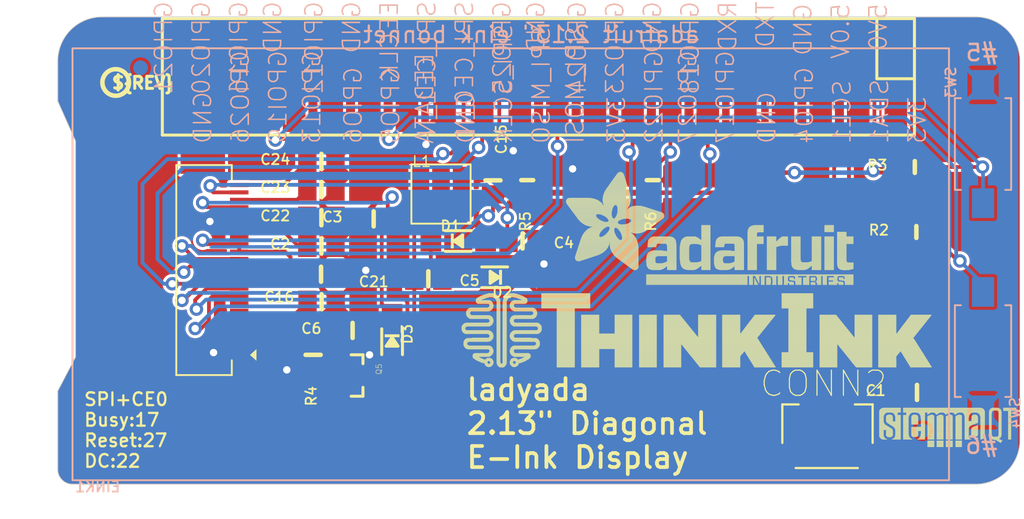
<source format=kicad_pcb>
(kicad_pcb (version 20221018) (generator pcbnew)
  (layers (0 "F.Cu" signal) (31 "B.Cu" signal) (34 "B.Paste" user) (35 "F.Paste" user) (36 "B.SilkS" user "B.Silkscreen") (37 "F.SilkS" user "F.Silkscreen") (38 "B.Mask" user) (39 "F.Mask" user) (44 "Edge.Cuts" user))
  (net 0 "")
  (net 1 "GND")
  (net 2 "3.3V")
  (net 3 "VGH")
  (net 4 "VGL")
  (net 5 "BUSY")
  (net 6 "RESET")
  (net 7 "GDR")
  (net 8 "RESE")
  (net 9 "N$4")
  (net 10 "N$5")
  (net 11 "N$6")
  (net 12 "N$27")
  (net 13 "N$33")
  (net 14 "DC")
  (net 15 "N$2")
  (net 16 "N$3")
  (net 17 "N$9")
  (net 18 "MOSI")
  (net 19 "SCLK")
  (net 20 "CS")
  (net 21 "5.0V")
  (net 22 "SCL_3V")
  (net 23 "SDA_3V")
  (net 24 "GPIO5")
  (net 25 "GPIO6")
  (footprint "working:0805-NO" (layer "F.Cu") (at 137.343499 102.8618 180)
    (fp_text reference "C3" (at 2.032 0.127) (layer "F.SilkS") (effects (font (size 0.692831 0.692831) (thickness 0.119969)) (justify right)))
    (fp_text value "1uF/25V")
    (pad "1" smd rect (at -0.95 0 180) (size 1.24 1.5) (layers "F.Cu" "F.Paste" "F.Mask") (net 3 "VGH"))
    (pad "2" smd rect (at 0.95 0 180) (size 1.24 1.5) (layers "F.Cu" "F.Paste" "F.Mask") (net 1 "GND"))
  )
  (footprint "working:0603-NO" (layer "F.Cu") (at 173.894099 99.3566 180)
    (fp_text reference "R3" (at 1.778 0.127) (layer "F.SilkS") (effects (font (size 0.692831 0.692831) (thickness 0.119969)) (justify right)))
    (fp_text value "100K")
    (pad "1" smd rect (at -0.85 0 180) (size 1.075 1) (layers "F.Cu" "F.Paste" "F.Mask") (net 25 "GPIO6"))
    (pad "2" smd rect (at 0.85 0 180) (size 1.075 1) (layers "F.Cu" "F.Paste" "F.Mask") (net 2 "3.3V"))
  )
  (footprint "working:SOD-123" (layer "F.Cu") (at 145.512899 106.8114 180)
    (fp_text reference "D2" (at -1.27 -1.016) (layer "F.SilkS") (effects (font (size 0.692831 0.692831) (thickness 0.119969)) (justify right)))
    (fp_text value "MBR0540")
    (pad "A" smd rect (at 1.85 0 270) (size 1.4 1.4) (layers "F.Cu" "F.Paste" "F.Mask") (net 15 "N$2"))
    (pad "C" smd rect (at -1.85 0 270) (size 1.4 1.4) (layers "F.Cu" "F.Paste" "F.Mask") (net 1 "GND"))
  )
  (footprint "working:0805-NO" (layer "F.Cu") (at 141.034499 106.9114)
    (fp_text reference "C5" (at 2.032 0.127) (layer "F.SilkS") (effects (font (size 0.692831 0.692831) (thickness 0.119969)) (justify left)))
    (fp_text value "4.7uF/25V")
    (pad "1" smd rect (at -0.95 0) (size 1.24 1.5) (layers "F.Cu" "F.Paste" "F.Mask") (net 16 "N$3"))
    (pad "2" smd rect (at 0.95 0) (size 1.24 1.5) (layers "F.Cu" "F.Paste" "F.Mask") (net 15 "N$2"))
  )
  (footprint "working:SOD-123" (layer "F.Cu") (at 138.588099 111.1676 -90)
    (fp_text reference "D3" (at -1.27 -1.016 90) (layer "F.SilkS") (effects (font (size 0.692831 0.692831) (thickness 0.119969)) (justify right)))
    (fp_text value "MBR0540")
    (pad "A" smd rect (at 1.85 0) (size 1.4 1.4) (layers "F.Cu" "F.Paste" "F.Mask") (net 16 "N$3"))
    (pad "C" smd rect (at -1.85 0) (size 1.4 1.4) (layers "F.Cu" "F.Paste" "F.Mask") (net 3 "VGH"))
  )
  (footprint "working:SOD-123" (layer "F.Cu") (at 143.053899 104.3588)
    (fp_text reference "D1" (at -1.27 -1.016) (layer "F.SilkS") (effects (font (size 0.692831 0.692831) (thickness 0.119969)) (justify left)))
    (fp_text value "MBR0540")
    (pad "A" smd rect (at 1.85 0 90) (size 1.4 1.4) (layers "F.Cu" "F.Paste" "F.Mask") (net 4 "VGL"))
    (pad "C" smd rect (at -1.85 0 90) (size 1.4 1.4) (layers "F.Cu" "F.Paste" "F.Mask") (net 15 "N$2"))
  )
  (footprint "working:ADAFRUIT_TEXT_20MM" (layer "F.Cu") (at 150.178099 107.3165)
    (fp_text reference "U$28" hide)
    (fp_text value "" hide)
  )
  (footprint "working:0603-NO" (layer "F.Cu") (at 147.716299 100.2456 -90)
    (fp_text reference "R5" (at 2.032 0.127 90) (layer "F.SilkS") (effects (font (size 0.692831 0.692831) (thickness 0.119969)) (justify right)))
    (fp_text value "100K")
    (pad "1" smd rect (at -0.85 0 270) (size 1.075 1) (layers "F.Cu" "F.Paste" "F.Mask") (net 20 "CS"))
    (pad "2" smd rect (at 0.85 0 270) (size 1.075 1) (layers "F.Cu" "F.Paste" "F.Mask") (net 2 "3.3V"))
  )
  (footprint "working:0805-NO" (layer "F.Cu") (at 147.400499 104.3588)
    (fp_text reference "C4" (at 2.032 0.127) (layer "F.SilkS") (effects (font (size 0.692831 0.692831) (thickness 0.119969)) (justify left)))
    (fp_text value "1uF/25V")
    (pad "1" smd rect (at -0.95 0) (size 1.24 1.5) (layers "F.Cu" "F.Paste" "F.Mask") (net 4 "VGL"))
    (pad "2" smd rect (at 0.95 0) (size 1.24 1.5) (layers "F.Cu" "F.Paste" "F.Mask") (net 1 "GND"))
  )
  (footprint "working:0805-NO" (layer "F.Cu") (at 133.826499 108.4646 180)
    (fp_text reference "C16" (at 1.778 0.3175) (layer "F.SilkS") (effects (font (size 0.692831 0.692831) (thickness 0.119969)) (justify right)))
    (fp_text value "1uF")
    (pad "1" smd rect (at -0.95 0 180) (size 1.24 1.5) (layers "F.Cu" "F.Paste" "F.Mask") (net 1 "GND"))
    (pad "2" smd rect (at 0.95 0 180) (size 1.24 1.5) (layers "F.Cu" "F.Paste" "F.Mask") (net 9 "N$4"))
  )
  (footprint "working:0805-NO" (layer "F.Cu") (at 174.040099 114.5966 180)
    (fp_text reference "C1" (at 2.032 0.127) (layer "F.SilkS") (effects (font (size 0.692831 0.692831) (thickness 0.119969)) (justify right)))
    (fp_text value "10uF/10V+")
    (pad "1" smd rect (at -0.95 0 180) (size 1.24 1.5) (layers "F.Cu" "F.Paste" "F.Mask") (net 1 "GND"))
    (pad "2" smd rect (at 0.95 0 180) (size 1.24 1.5) (layers "F.Cu" "F.Paste" "F.Mask") (net 2 "3.3V"))
  )
  (footprint "working:JST_SH4" (layer "F.Cu") (at 167.944099 117.6226)
    (fp_text reference "CONN2" (at -4.6 -3.614) (layer "F.SilkS") (effects (font (size 1.703222 1.703222) (thickness 0.074778)) (justify left)))
    (fp_text value "STEMMA_I2C_QT" hide)
    (pad "1" smd rect (at -1.5 -2.514 90) (size 1.55 0.6) (layers "F.Cu" "F.Paste" "F.Mask") (net 1 "GND"))
    (pad "2" smd rect (at -0.5 -2.514 90) (size 1.55 0.6) (layers "F.Cu" "F.Paste" "F.Mask") (net 2 "3.3V"))
    (pad "3" smd rect (at 0.5 -2.514 90) (size 1.55 0.6) (layers "F.Cu" "F.Paste" "F.Mask") (net 23 "SDA_3V"))
    (pad "4" smd rect (at 1.5 -2.514 90) (size 1.55 0.6) (layers "F.Cu" "F.Paste" "F.Mask") (net 22 "SCL_3V"))
    (pad "MT1" smd rect (at -2.8 1.386 90) (size 1.8 1.2) (layers "F.Cu" "F.Paste" "F.Mask"))
    (pad "MT2" smd rect (at 2.8 1.386 90) (size 1.8 1.2) (layers "F.Cu" "F.Paste" "F.Mask"))
  )
  (footprint "working:0805-NO" (layer "F.Cu") (at 145.399299 100.2592 -90)
    (fp_text reference "C15" (at -1.694 -0.5635 90) (layer "F.SilkS") (effects (font (size 0.692831 0.692831) (thickness 0.119969)) (justify left)))
    (fp_text value "10uF/10V+")
    (pad "1" smd rect (at -0.95 0 270) (size 1.24 1.5) (layers "F.Cu" "F.Paste" "F.Mask") (net 1 "GND"))
    (pad "2" smd rect (at 0.95 0 270) (size 1.24 1.5) (layers "F.Cu" "F.Paste" "F.Mask") (net 2 "3.3V"))
  )
  (footprint "working:SOT23-3" (layer "F.Cu") (at 135.921099 113.4536 -90)
    (fp_text reference "Q5" (at -0.8255 -1.778 90) (layer "F.SilkS") (effects (font (size 0.376489 0.376489) (thickness 0.029911)) (justify right)))
    (fp_text value "IRLML0100")
    (pad "1" smd rect (at -0.95 1 270) (size 0.8 0.9) (layers "F.Cu" "F.Paste" "F.Mask") (net 7 "GDR"))
    (pad "2" smd rect (at 0.95 1 270) (size 0.8 0.9) (layers "F.Cu" "F.Paste" "F.Mask") (net 8 "RESE"))
    (pad "3" smd rect (at 0 -1.1 270) (size 0.8 0.9) (layers "F.Cu" "F.Paste" "F.Mask") (net 16 "N$3"))
  )
  (footprint "working:0805-NO" (layer "F.Cu") (at 133.812899 104.6906 180)
    (fp_text reference "C2" (at 2.032 0.127) (layer "F.SilkS") (effects (font (size 0.692831 0.692831) (thickness 0.119969)) (justify right)))
    (fp_text value "1uF/10V")
    (pad "1" smd rect (at -0.95 0 180) (size 1.24 1.5) (layers "F.Cu" "F.Paste" "F.Mask") (net 1 "GND"))
    (pad "2" smd rect (at 0.95 0 180) (size 1.24 1.5) (layers "F.Cu" "F.Paste" "F.Mask") (net 10 "N$5"))
  )
  (footprint "working:0603-NO" (layer "F.Cu") (at 173.999099 103.7496 180)
    (fp_text reference "R2" (at 1.778 0.127) (layer "F.SilkS") (effects (font (size 0.692831 0.692831) (thickness 0.119969)) (justify right)))
    (fp_text value "100K")
    (pad "1" smd rect (at -0.85 0 180) (size 1.075 1) (layers "F.Cu" "F.Paste" "F.Mask") (net 24 "GPIO5"))
    (pad "2" smd rect (at 0.85 0 180) (size 1.075 1) (layers "F.Cu" "F.Paste" "F.Mask") (net 2 "3.3V"))
  )
  (footprint "working:0805_10MGAP" (layer "F.Cu") (at 133.254099 112.0566 -90)
    (fp_text reference "R4" (at 2.032 0.127 90) (layer "F.SilkS") (effects (font (size 0.692831 0.692831) (thickness 0.119969)) (justify right)))
    (fp_text value "0.47ohm")
    (pad "1" smd rect (at -1.05 0 270) (size 1.2 1.5) (layers "F.Cu" "F.Paste" "F.Mask") (net 8 "RESE"))
    (pad "2" smd rect (at 1.05 0 270) (size 1.2 1.5) (layers "F.Cu" "F.Paste" "F.Mask") (net 1 "GND"))
  )
  (footprint "working:0805-NO" (layer "F.Cu") (at 133.812899 98.9756 180)
    (fp_text reference "C24" (at 2.032 0.127) (layer "F.SilkS") (effects (font (size 0.692831 0.692831) (thickness 0.119969)) (justify right)))
    (fp_text value "1uF")
    (pad "1" smd rect (at -0.95 0 180) (size 1.24 1.5) (layers "F.Cu" "F.Paste" "F.Mask") (net 1 "GND"))
    (pad "2" smd rect (at 0.95 0 180) (size 1.24 1.5) (layers "F.Cu" "F.Paste" "F.Mask") (net 13 "N$33"))
  )
  (footprint "working:0805-NO" (layer "F.Cu") (at 133.812899 100.8806 180)
    (fp_text reference "C23" (at 2.032 0.127) (layer "F.SilkS") (effects (font (size 0.692831 0.692831) (thickness 0.119969)) (justify right)))
    (fp_text value "1uF/25V")
    (pad "1" smd rect (at -0.95 0 180) (size 1.24 1.5) (layers "F.Cu" "F.Paste" "F.Mask") (net 1 "GND"))
    (pad "2" smd rect (at 0.95 0 180) (size 1.24 1.5) (layers "F.Cu" "F.Paste" "F.Mask") (net 12 "N$27"))
  )
  (footprint "working:STEMMAQT" (layer "F.Cu") (at 171.500099 118.2796)
    (fp_text reference "U$30" hide)
    (fp_text value "" hide)
  )
  (footprint "working:0603-NO" (layer "F.Cu") (at 156.190299 100.2456 -90)
    (fp_text reference "R6" (at 2.032 0.127 90) (layer "F.SilkS") (effects (font (size 0.692831 0.692831) (thickness 0.119969)) (justify right)))
    (fp_text value "100K")
    (pad "1" smd rect (at -0.85 0 270) (size 1.075 1) (layers "F.Cu" "F.Paste" "F.Mask") (net 6 "RESET"))
    (pad "2" smd rect (at 0.85 0 270) (size 1.075 1) (layers "F.Cu" "F.Paste" "F.Mask") (net 2 "3.3V"))
  )
  (footprint "working:PCBFEAT-REV-040" (layer "F.Cu") (at 119.919099 93.6416)
    (fp_text reference "U$9" hide)
    (fp_text value "" hide)
    (fp_text user "${REV}" (at -0.3556 0.508) (layer "F.SilkS") (effects (font (size 0.8128 0.8128) (thickness 0.2032)) (justify left bottom)))
  )
  (footprint "working:THINKINK_1.25IN" (layer "F.Cu") (at 143.294099 112.8896)
    (fp_text reference "U$29" hide)
    (fp_text value "" hide)
  )
  (footprint "working:FIDUCIAL_1MM" (layer "F.Cu") (at 127.494599 117.4541)
    (fp_text reference "FID4" hide)
    (fp_text value "FIDUCIAL_1MM" hide)
    (pad "1" smd roundrect (at 0 0) (size 1 1) (layers "F.Cu" "F.Mask") (roundrect_rratio 0.5))
  )
  (footprint "working:0805-NO" (layer "F.Cu") (at 133.812899 102.7856 180)
    (fp_text reference "C22" (at 2.032 0.127) (layer "F.SilkS") (effects (font (size 0.692831 0.692831) (thickness 0.119969)) (justify right)))
    (fp_text value "1uF/25V")
    (pad "1" smd rect (at -0.95 0 180) (size 1.24 1.5) (layers "F.Cu" "F.Paste" "F.Mask") (net 1 "GND"))
    (pad "2" smd rect (at 0.95 0 180) (size 1.24 1.5) (layers "F.Cu" "F.Paste" "F.Mask") (net 11 "N$6"))
  )
  (footprint "working:0805-NO" (layer "F.Cu") (at 135.921099 110.4056 180)
    (fp_text reference "C6" (at 2.032 0.127) (layer "F.SilkS") (effects (font (size 0.692831 0.692831) (thickness 0.119969)) (justify right)))
    (fp_text value "1uF/10V")
    (pad "1" smd rect (at -0.95 0 180) (size 1.24 1.5) (layers "F.Cu" "F.Paste" "F.Mask") (net 1 "GND"))
    (pad "2" smd rect (at 0.95 0 180) (size 1.24 1.5) (layers "F.Cu" "F.Paste" "F.Mask") (net 17 "N$9"))
  )
  (footprint "working:FIDUCIAL_1MM" (layer "F.Cu") (at 175.085099 92.5945)
    (fp_text reference "FID1" hide)
    (fp_text value "FIDUCIAL_1MM" hide)
    (pad "1" smd roundrect (at 0 0) (size 1 1) (layers "F.Cu" "F.Mask") (roundrect_rratio 0.5))
  )
  (footprint "working:0805-NO" (layer "F.Cu") (at 133.788699 106.6056)
    (fp_text reference "C21" (at 2.4765 0.508) (layer "F.SilkS") (effects (font (size 0.692831 0.692831) (thickness 0.119969)) (justify left)))
    (fp_text value "10µF")
    (pad "1" smd rect (at -0.95 0) (size 1.24 1.5) (layers "F.Cu" "F.Paste" "F.Mask") (net 2 "3.3V"))
    (pad "2" smd rect (at 0.95 0) (size 1.24 1.5) (layers "F.Cu" "F.Paste" "F.Mask") (net 1 "GND"))
  )
  (footprint "working:INDUCTOR_4X4MM_NR401" (layer "F.Cu") (at 141.890099 101.1854)
    (fp_text reference "L1" (at -2 -2.2) (layer "F.SilkS") (effects (font (size 0.726968 0.726968) (thickness 0.085832)) (justify left)))
    (fp_text value "10uH")
    (pad "P$1" smd rect (at -1.4 0) (size 1.2 3.7) (layers "F.Cu" "F.Paste" "F.Mask") (net 16 "N$3"))
    (pad "P$2" smd rect (at 1.4 0) (size 1.2 3.7) (layers "F.Cu" "F.Paste" "F.Mask") (net 2 "3.3V"))
  )
  (footprint "working:TACTILE_3X6MM" (layer "B.Cu") (at 178.501099 97.8036 -90)
    (fp_text reference "SW3" (at -3.043 2.17 -270) (layer "B.SilkS") (effects (font (size 0.692831 0.692831) (thickness 0.119969)) (justify right mirror)))
    (fp_text value "")
    (pad "P$1" smd rect (at -4 0 270) (size 2 1.5) (layers "B.Cu" "B.Paste" "B.Mask") (net 1 "GND"))
    (pad "P$2" smd rect (at 4 0 270) (size 2 1.5) (layers "B.Cu" "B.Paste" "B.Mask") (net 25 "GPIO6"))
  )
  (footprint "working:PI_BONNET_SMT_NODIM" (layer "B.Cu") (at 180.980699 119.8036 180)
    (fp_text reference "RPI2" hide)
    (fp_text value "RASPBERRYPI_BPLUS_SMT_NODIM" hide)
    (fp_text user "GPIO17" (at 20.5616 21.9334 270) (layer "B.SilkS") (effects (font (size 1.1684 1.1684) (thickness 0.1016)) (justify right top mirror)))
    (fp_text user "GPIO24" (at 29.1976 31.7378 270) (layer "B.SilkS") (effects (font (size 1.1684 1.1684) (thickness 0.1016)) (justify left bottom mirror)))
    (fp_text user "GND" (at 24.1176 31.7378 270) (layer "B.SilkS") (effects (font (size 1.1684 1.1684) (thickness 0.1016)) (justify left bottom mirror)))
    (fp_text user "GPIO18" (at 21.5776 31.7378 270) (layer "B.SilkS") (effects (font (size 1.1684 1.1684) (thickness 0.1016)) (justify left bottom mirror)))
    (fp_text user "GPIO4" (at 15.2276 21.9334 270) (layer "B.SilkS") (effects (font (size 1.1684 1.1684) (thickness 0.1016)) (justify right top mirror)))
    (fp_text user "GPIO23" (at 26.6576 31.7378 270) (layer "B.SilkS") (effects (font (size 1.1684 1.1684) (thickness 0.1016)) (justify left bottom mirror)))
    (fp_text user "GPIO12" (at 46.9776 31.7378 270) (layer "B.SilkS") (effects (font (size 1.1684 1.1684) (thickness 0.1016)) (justify left bottom mirror)))
    (fp_text user "5V0" (at 8.8776 31.5854 270) (layer "B.SilkS") (effects (font (size 1.1684 1.1684) (thickness 0.1016)) (justify left bottom mirror)))
    (fp_text user "GND" (at 49.7716 31.7378 270) (layer "B.SilkS") (effects (font (size 1.1684 1.1684) (thickness 0.1016)) (justify left bottom mirror)))
    (fp_text user "GPIO22" (at 25.3876 21.9334 270) (layer "B.SilkS") (effects (font (size 1.1684 1.1684) (thickness 0.1016)) (justify right top mirror)))
    (fp_text user "5.0V" (at 11.4176 31.5854 270) (layer "B.SilkS") (effects (font (size 1.1684 1.1684) (thickness 0.1016)) (justify left bottom mirror)))
    (fp_text user "GND" (at 13.9576 31.5854 270) (layer "B.SilkS") (effects (font (size 1.1684 1.1684) (thickness 0.1016)) (justify left bottom mirror)))
    (fp_text user "RXD" (at 19.0376 31.7378 270) (layer "B.SilkS") (effects (font (size 1.1684 1.1684) (thickness 0.1016)) (justify left bottom mirror)))
    (fp_text user "GPIO5" (at 43.1676 21.9334 270) (layer "B.SilkS") (effects (font (size 1.1684 1.1684) (thickness 0.1016)) (justify right top mirror)))
    (fp_text user "GPIO16" (at 52.0576 31.7378 270) (layer "B.SilkS") (effects (font (size 1.1684 1.1684) (thickness 0.1016)) (justify left bottom mirror)))
    (fp_text user "GND" (at 31.9916 31.7378 270) (layer "B.SilkS") (effects (font (size 1.1684 1.1684) (thickness 0.1016)) (justify left bottom mirror)))
    (fp_text user "GPIO27" (at 23.1016 21.9334 270) (layer "B.SilkS") (effects (font (size 1.1684 1.1684) (thickness 0.1016)) (justify right top mirror)))
    (fp_text user "SDA1" (at 10.1476 21.9334 270) (layer "B.SilkS") (effects (font (size 1.1684 1.1684) (thickness 0.1016)) (justify right top mirror)))
    (fp_text user "GND" (at 55.8676 21.9334 270) (layer "B.SilkS") (effects (font (size 1.1684 1.1684) (thickness 0.1016)) (justify right top mirror)))
    (fp_text user "EEDATA" (at 40.8816 21.9334 270) (layer "B.SilkS") (effects (font (size 1.1684 1.1684) (thickness 0.1016)) (justify right top mirror)))
    (fp_text user "GPIO13" (at 48.5016 21.9334 270) (layer "B.SilkS") (effects (font (size 1.1684 1.1684) (thickness 0.1016)) (justify right top mirror)))
    (fp_text user "GND" (at 38.0876 21.9334 270) (layer "B.SilkS") (effects (font (size 1.1684 1.1684) (thickness 0.1016)) (justify right top mirror)))
    (fp_text user "3V3" (at 27.9276 21.9334 270) (layer "B.SilkS") (effects (font (size 1.1684 1.1684) (thickness 0.1016)) (justify right top mirror)))
    (fp_text user "GND" (at 44.4376 31.7378 270) (layer "B.SilkS") (effects (font (size 1.1684 1.1684) (thickness 0.1016)) (justify left bottom mirror)))
    (fp_text user "SPI_MISO" (at 33.0076 21.9334 270) (layer "B.SilkS") (effects (font (size 1.1684 1.1684) (thickness 0.1016)) (justify right top mirror)))
    (fp_text user "SPI_CE0_N" (at 36.8176 31.7378 270) (layer "B.SilkS") (effects (font (size 1.1684 1.1684) (thickness 0.1016)) (justify left bottom mirror)))
    (fp_text user "TXD" (at 16.4976 31.7378 270) (layer "B.SilkS") (effects (font (size 1.1684 1.1684) (thickness 0.1016)) (justify left bottom mirror)))
    (fp_text user "GPOI19" (at 50.7876 21.9334 270) (layer "B.SilkS") (effects (font (size 1.1684 1.1684) (thickness 0.1016)) (justify right top mirror)))
    (fp_text user "SPI_SCLK" (at 35.5476 21.9334 270) (layer "B.SilkS") (effects (font (size 1.1684 1.1684) (thickness 0.1016)) (justify right top mirror)))
    (fp_text user "3V3" (at 7.6076 21.9334 270) (layer "B.SilkS") (effects (font (size 1.1684 1.1684) (thickness 0.1016)) (justify right top mirror)))
    (fp_text user "GPIO25" (at 34.2776 31.7378 270) (layer "B.SilkS") (effects (font (size 1.1684 1.1684) (thickness 0.1016)) (justify left bottom mirror)))
    (fp_text user "SPI_MOSI" (at 30.7216 21.9334 270) (layer "B.SilkS") (effects (font (size 1.1684 1.1684) (thickness 0.1016)) (justify right top mirror)))
    (fp_text user "GPIO6" (at 45.7076 21.9334 270) (layer "B.SilkS") (effects (font (size 1.1684 1.1684) (thickness 0.1016)) (justify right top mirror)))
    (fp_text user "SCL1" (at 12.6876 21.9334 270) (layer "B.SilkS") (effects (font (size 1.1684 1.1684) (thickness 0.1016)) (justify right top mirror)))
    (fp_text user "GPIO26" (at 53.3276 21.9334 270) (layer "B.SilkS") (effects (font (size 1.1684 1.1684) (thickness 0.1016)) (justify right top mirror)))
    (fp_text user "SPI_CE1_N" (at 39.3576 31.7378 270) (layer "B.SilkS") (effects (font (size 1.1684 1.1684) (thickness 0.1016)) (justify left bottom mirror)))
    (fp_text user "GPIO20" (at 54.5976 31.7378 270) (layer "B.SilkS") (effects (font (size 1.1684 1.1684) (thickness 0.1016)) (justify left bottom mirror)))
    (fp_text user "GND" (at 17.7676 21.9334 270) (layer "B.SilkS") (effects (font (size 1.1684 1.1684) (thickness 0.1016)) (justify right top mirror)))
    (fp_text user "GPIO21" (at 57.1376 31.7378 270) (layer "B.SilkS") (effects (font (size 1.1684 1.1684) (thickness 0.1016)) (justify left bottom mirror)))
    (fp_text user "EECLK" (at 41.8976 31.7378 270) (layer "B.SilkS") (effects (font (size 1.1684 1.1684) (thickness 0.1016)) (justify left bottom mirror)))
    (pad "1" smd rect (at 8.3696 24.3394 270) (size 3.048 1.524) (layers "F.Cu" "F.Paste" "F.Mask") (net 2 "3.3V"))
    (pad "2" smd rect (at 8.3696 28.6574 270) (size 3.048 1.524) (layers "F.Cu" "F.Paste" "F.Mask") (net 21 "5.0V"))
    (pad "3" smd rect (at 10.9096 24.3394 90) (size 3.048 1.524) (layers "F.Cu" "F.Paste" "F.Mask") (net 23 "SDA_3V"))
    (pad "4" smd rect (at 10.9096 28.6574 270) (size 3.048 1.524) (layers "F.Cu" "F.Paste" "F.Mask") (net 21 "5.0V"))
    (pad "5" smd rect (at 13.4496 24.3394 90) (size 3.048 1.524) (layers "F.Cu" "F.Paste" "F.Mask") (net 22 "SCL_3V"))
    (pad "6" smd rect (at 13.4496 28.6574 270) (size 3.048 1.524) (layers "F.Cu" "F.Paste" "F.Mask") (net 1 "GND"))
    (pad "7" smd rect (at 15.9896 24.3394 90) (size 3.048 1.524) (layers "F.Cu" "F.Paste" "F.Mask"))
    (pad "8" smd rect (at 15.9896 28.6574 270) (size 3.048 1.524) (layers "F.Cu" "F.Paste" "F.Mask"))
    (pad "9" smd rect (at 18.5296 24.3394 90) (size 3.048 1.524) (layers "F.Cu" "F.Paste" "F.Mask") (net 1 "GND"))
    (pad "10" smd rect (at 18.5296 28.6574 270) (size 3.048 1.524) (layers "F.Cu" "F.Paste" "F.Mask"))
    (pad "11" smd rect (at 21.0696 24.3394 90) (size 3.048 1.524) (layers "F.Cu" "F.Paste" "F.Mask") (net 5 "BUSY"))
    (pad "12" smd rect (at 21.0696 28.6574 270) (size 3.048 1.524) (layers "F.Cu" "F.Paste" "F.Mask"))
    (pad "13" smd rect (at 23.6096 24.3394 90) (size 3.048 1.524) (layers "F.Cu" "F.Paste" "F.Mask") (net 6 "RESET"))
    (pad "14" smd rect (at 23.6096 28.6574 270) (size 3.048 1.524) (layers "F.Cu" "F.Paste" "F.Mask") (net 1 "GND"))
    (pad "15" smd rect (at 26.1496 24.3394 90) (size 3.048 1.524) (layers "F.Cu" "F.Paste" "F.Mask") (net 14 "DC"))
    (pad "16" smd rect (at 26.1496 28.6574 270) (size 3.048 1.524) (layers "F.Cu" "F.Paste" "F.Mask"))
    (pad "17" smd rect (at 28.6896 24.3394 90) (size 3.048 1.524) (layers "F.Cu" "F.Paste" "F.Mask") (net 2 "3.3V"))
    (pad "18" smd rect (at 28.6896 28.6574 270) (size 3.048 1.524) (layers "F.Cu" "F.Paste" "F.Mask"))
    (pad "19" smd rect (at 31.2296 24.3394 90) (size 3.048 1.524) (layers "F.Cu" "F.Paste" "F.Mask") (net 18 "MOSI"))
    (pad "20" smd rect (at 31.2296 28.6574 270) (size 3.048 1.524) (layers "F.Cu" "F.Paste" "F.Mask") (net 1 "GND"))
    (pad "21" smd rect (at 33.7696 24.3394 90) (size 3.048 1.524) (layers "F.Cu" "F.Paste" "F.Mask"))
    (pad "22" smd rect (at 33.7696 28.6574 270) (size 3.048 1.524) (layers "F.Cu" "F.Paste" "F.Mask"))
    (pad "23" smd rect (at 36.3096 24.3394 90) (size 3.048 1.524) (layers "F.Cu" "F.Paste" "F.Mask") (net 19 "SCLK"))
    (pad "24" smd rect (at 36.3096 28.6574 270) (size 3.048 1.524) (layers "F.Cu" "F.Paste" "F.Mask") (net 20 "CS"))
    (pad "25" smd rect (at 38.8496 24.3394 90) (size 3.048 1.524) (layers "F.Cu" "F.Paste" "F.Mask") (net 1 "GND"))
    (pad "26" smd rect (at 38.8496 28.6574 270) (size 3.048 1.524) (layers "F.Cu" "F.Paste" "F.Mask"))
    (pad "27" smd rect (at 41.3896 24.3394 90) (size 3.048 1.524) (layers "F.Cu" "F.Paste" "F.Mask"))
    (pad "28" smd rect (at 41.3896 28.6574 270) (size 3.048 1.524) (layers "F.Cu" "F.Paste" "F.Mask"))
    (pad "29" smd rect (at 43.9296 24.3394 90) (size 3.048 1.524) (layers "F.Cu" "F.Paste" "F.Mask") (net 24 "GPIO5"))
    (pad "30" smd rect (at 43.9296 28.6574 270) (size 3.048 1.524) (layers "F.Cu" "F.Paste" "F.Mask") (net 1 "GND"))
    (pad "31" smd rect (at 46.4696 24.3394 90) (size 3.048 1.524) (layers "F.Cu" "F.Paste" "F.Mask") (net 25 "GPIO6"))
    (pad "32" smd rect (at 46.4696 28.6574 270) (size 3.048 1.524) (layers "F.Cu" "F.Paste" "F.Mask"))
    (pad "33" smd rect (at 49.0096 24.3394 90) (size 3.048 1.524) (layers "F.Cu" "F.Paste" "F.Mask"))
    (pad "34" smd rect (at 49.0096 28.6574 270) (size 3.048 1.524) (layers "F.Cu" "F.Paste" "F.Mask") (net 1 "GND"))
    (pad "35" smd rect (at 51.5496 24.3394 90) (size 3.048 1.524) (layers "F.Cu" "F.Paste" "F.Mask"))
    (pad "36" smd rect (at 51.5496 28.6574 270) (size 3.048 1.524) (layers "F.Cu" "F.Paste" "F.Mask"))
    (pad "37" smd rect (at 54.0896 24.3394 90) (size 3.048 1.524) (layers "F.Cu" "F.Paste" "F.Mask"))
    (pad "38" smd rect (at 54.0896 28.6574 270) (size 3.048 1.524) (layers "F.Cu" "F.Paste" "F.Mask"))
    (pad "39" smd rect (at 56.6296 24.3394 90) (size 3.048 1.524) (layers "F.Cu" "F.Paste" "F.Mask") (net 1 "GND"))
    (pad "40" smd rect (at 56.6296 28.6574 270) (size 3.048 1.524) (layers "F.Cu" "F.Paste" "F.Mask"))
  )
  (footprint "working:TACTILE_3X6MM" (layer "B.Cu") (at 178.501099 111.8036 90)
    (fp_text reference "SW4" (at -3.043 2.17 90) (layer "B.SilkS") (effects (font (size 0.692831 0.692831) (thickness 0.119969)) (justify left mirror)))
    (fp_text value "")
    (pad "P$1" smd rect (at -4 0 90) (size 2 1.5) (layers "B.Cu" "B.Paste" "B.Mask") (net 1 "GND"))
    (pad "P$2" smd rect (at 4 0 90) (size 2 1.5) (layers "B.Cu" "B.Paste" "B.Mask") (net 24 "GPIO5"))
  )
  (footprint "working:EINK_213IN_104X212" (layer "B.Cu") (at 117.001099 120.5336)
    (fp_text reference "EINK1" (at 0.1 0.45) (layer "B.SilkS") (effects (font (size 0.692831 0.692831) (thickness 0.119969)) (justify right mirror)))
    (fp_text value "EINK_24PIN_213IN")
    (pad "1" smd rect (at 11.26 -8.46 90) (size 0.275 1.25) (layers "F.Cu" "F.Paste" "F.Mask"))
    (pad "2" smd rect (at 11.26 -8.96 90) (size 0.275 1.25) (layers "F.Cu" "F.Paste" "F.Mask") (net 7 "GDR"))
    (pad "3" smd rect (at 11.26 -9.46 90) (size 0.275 1.25) (layers "F.Cu" "F.Paste" "F.Mask") (net 8 "RESE"))
    (pad "4" smd rect (at 11.26 -9.96 90) (size 0.275 1.25) (layers "F.Cu" "F.Paste" "F.Mask") (net 17 "N$9"))
    (pad "5" smd rect (at 11.26 -10.46 90) (size 0.275 1.25) (layers "F.Cu" "F.Paste" "F.Mask") (net 9 "N$4"))
    (pad "6" smd rect (at 11.26 -10.96 90) (size 0.275 1.25) (layers "F.Cu" "F.Paste" "F.Mask"))
    (pad "7" smd rect (at 11.26 -11.46 90) (size 0.275 1.25) (layers "F.Cu" "F.Paste" "F.Mask"))
    (pad "8" smd rect (at 11.26 -11.96 90) (size 0.275 1.25) (layers "F.Cu" "F.Paste" "F.Mask") (net 1 "GND"))
    (pad "9" smd rect (at 11.26 -12.46 90) (size 0.275 1.25) (layers "F.Cu" "F.Paste" "F.Mask") (net 5 "BUSY"))
    (pad "10" smd rect (at 11.26 -12.96 90) (size 0.275 1.25) (layers "F.Cu" "F.Paste" "F.Mask") (net 6 "RESET"))
    (pad "11" smd rect (at 11.26 -13.46 90) (size 0.275 1.25) (layers "F.Cu" "F.Paste" "F.Mask") (net 14 "DC"))
    (pad "12" smd rect (at 11.26 -13.96 90) (size 0.275 1.25) (layers "F.Cu" "F.Paste" "F.Mask") (net 20 "CS"))
    (pad "13" smd rect (at 11.26 -14.46 90) (size 0.275 1.25) (layers "F.Cu" "F.Paste" "F.Mask") (net 19 "SCLK"))
    (pad "14" smd rect (at 11.26 -14.96 90) (size 0.275 1.25) (layers "F.Cu" "F.Paste" "F.Mask") (net 18 "MOSI"))
    (pad "15" smd rect (at 11.26 -15.46 90) (size 0.275 1.25) (layers "F.Cu" "F.Paste" "F.Mask") (net 2 "3.3V"))
    (pad "16" smd rect (at 11.26 -15.96 90) (size 0.275 1.25) (layers "F.Cu" "F.Paste" "F.Mask") (net 2 "3.3V"))
    (pad "17" smd rect (at 11.26 -16.46 90) (size 0.275 1.25) (layers "F.Cu" "F.Paste" "F.Mask") (net 1 "GND"))
    (pad "18" smd rect (at 11.26 -16.96 90) (size 0.275 1.25) (layers "F.Cu" "F.Paste" "F.Mask") (net 10 "N$5"))
    (pad "19" smd rect (at 11.26 -17.46 90) (size 0.275 1.25) (layers "F.Cu" "F.Paste" "F.Mask"))
    (pad "20" smd rect (at 11.26 -17.96 90) (size 0.275 1.25) (layers "F.Cu" "F.Paste" "F.Mask") (net 11 "N$6"))
    (pad "21" smd rect (at 11.26 -18.46 90) (size 0.275 1.25) (layers "F.Cu" "F.Paste" "F.Mask") (net 3 "VGH"))
    (pad "22" smd rect (at 11.26 -18.96 90) (size 0.275 1.25) (layers "F.Cu" "F.Paste" "F.Mask") (net 12 "N$27"))
    (pad "23" smd rect (at 11.26 -19.46 90) (size 0.275 1.25) (layers "F.Cu" "F.Paste" "F.Mask") (net 4 "VGL"))
    (pad "24" smd rect (at 11.26 -19.96 90) (size 0.275 1.25) (layers "F.Cu" "F.Paste" "F.Mask") (net 13 "N$33"))
    (pad "SPRT1" smd rect (at 8.8 -6.61) (size 3 2) (layers "F.Cu" "F.Paste" "F.Mask"))
    (pad "SPRT2" smd rect (at 8.8 -21.72) (size 3 2) (layers "F.Cu" "F.Paste" "F.Mask"))
  )
  (footprint "working:FIDUCIAL_1MM" (layer "B.Cu") (at 121.595499 92.651 180)
    (fp_text reference "FID3" hide)
    (fp_text value "FIDUCIAL_1MM" hide)
    (pad "1" smd roundrect (at 0 0 180) (size 1 1) (layers "B.Cu" "B.Mask") (roundrect_rratio 0.5))
  )
  (footprint "working:FIDUCIAL_1MM" (layer "B.Cu") (at 174.417099 117.1846 90)
    (fp_text reference "FID2" hide)
    (fp_text value "FIDUCIAL_1MM" hide)
    (pad "1" smd roundrect (at 0 0 90) (size 1 1) (layers "B.Cu" "B.Mask") (roundrect_rratio 0.5))
  )
  (gr_line (start 117.201099 112.2036) (end 116.001099 114.5036) (stroke (width 0.05)) (layer "Edge.Cuts"))
  (gr_arc (start 181.0011 117.803599) (mid 180.12242 119.92492) (end 178.001099 120.8036) (stroke (width 0.05)) (layer "Edge.Cuts"))
  (gr_line (start 181.001099 117.8036) (end 181.001099 92.2036) (stroke (width 0.05)) (layer "Edge.Cuts"))
  (gr_arc (start 116.001099 92.2036) (mid 116.879779 90.08228) (end 119.001099 89.2036) (stroke (width 0.05)) (layer "Edge.Cuts"))
  (gr_arc (start 117.001099 120.8036) (mid 116.293992 120.510707) (end 116.001099 119.8036) (stroke (width 0.05)) (layer "Edge.Cuts"))
  (gr_line (start 116.001099 94.9036) (end 117.201099 97.6036) (stroke (width 0.05)) (layer "Edge.Cuts"))
  (gr_line (start 178.001099 89.2036) (end 119.001099 89.2036) (stroke (width 0.05)) (layer "Edge.Cuts"))
  (gr_line (start 117.201099 97.6036) (end 117.201099 112.2036) (stroke (width 0.05)) (layer "Edge.Cuts"))
  (gr_line (start 117.001099 120.8036) (end 178.001099 120.8036) (stroke (width 0.05)) (layer "Edge.Cuts"))
  (gr_arc (start 178.001099 89.2036) (mid 180.122419 90.08228) (end 181.001099 92.2036) (stroke (width 0.05)) (layer "Edge.Cuts"))
  (gr_line (start 116.001099 92.2036) (end 116.001099 94.9036) (stroke (width 0.05)) (layer "Edge.Cuts"))
  (gr_line (start 116.001099 114.5036) (end 116.001099 119.8036) (stroke (width 0.05)) (layer "Edge.Cuts"))
  (gr_text "#5" (at 178.420099 91.6356) (layer "B.SilkS") (effects (font (size 1.1049 1.1049) (thickness 0.1651)) (justify mirror)))
  (gr_text "adafruit 2.13\" eink bonnet" (at 148.005099 90.4031) (layer "B.SilkS") (effects (font (size 1.1176 1.1176) (thickness 0.1524)) (justify mirror)))
  (gr_text "#6" (at 178.393099 118.1806) (layer "B.SilkS") (effects (font (size 1.1049 1.1049) (thickness 0.1651)) (justify mirror)))
  (gr_text "SPI+CE0\nBusy:17\nReset:27\nDC:22" (at 117.704099 117.1476) (layer "F.SilkS") (effects (font (size 0.8636 0.8636) (thickness 0.1524)) (justify left)))
  (gr_text "ladyada\n2.13\" Diagonal\nE-Ink Display" (at 143.485099 116.7031) (layer "F.SilkS") (effects (font (size 1.42494 1.42494) (thickness 0.25146)) (justify left)))
  (via (at 148.845099 105.9146) (size 0.9064) (drill 0.5) (layers "F.Cu" "B.Cu") (net 1))
  (via (at 131.476099 113.0726) (size 0.9064) (drill 0.5) (layers "F.Cu" "B.Cu") (net 1))
  (via (at 136.810099 106.3416) (size 0.9064) (drill 0.5) (layers "F.Cu" "B.Cu") (net 1))
  (via (at 146.770099 98.2566) (size 0.9064) (drill 0.5) (layers "F.Cu" "B.Cu") (net 1))
  (via (at 140.874099 97.8326) (size 0.9064) (drill 0.5) (layers "F.Cu" "B.Cu") (net 1))
  (via (at 137.064099 112.0566) (size 0.9064) (drill 0.5) (layers "F.Cu" "B.Cu") (net 1))
  (via (at 150.780099 99.4836) (size 0.9064) (drill 0.5) (layers "F.Cu" "B.Cu") (net 1))
  (via (at 126.282099 103.0396) (size 0.9064) (drill 0.5) (layers "F.Cu" "B.Cu") (net 1))
  (via (at 126.528099 111.9026) (size 0.9064) (drill 0.5) (layers "F.Cu" "B.Cu") (net 1))
  (segment (start 145.399299 101.2092) (end 144.784099 101.2092) (width 0.254) (layer "F.Cu") (net 2))
  (segment (start 128.261099 104.5736) (end 128.261099 105.0736) (width 0.254) (layer "F.Cu") (net 2))
  (segment (start 126.057099 104.5736) (end 125.793099 104.3096) (width 0.254) (layer "F.Cu") (net 2))
  (segment (start 172.611099 98.7662) (end 172.611099 95.4642) (width 0.508) (layer "F.Cu") (net 2))
  (segment (start 131.730099 105.4526) (end 131.351999 105.0745) (width 0.254) (layer "F.Cu") (net 2))
  (segment (start 165.043099 99.7376) (end 163.685099 101.0956) (width 0.3048) (layer "F.Cu") (net 2))
  (segment (start 173.149099 99.6086) (end 172.897099 99.3566) (width 0.4064) (layer "F.Cu") (net 2))
  (segment (start 131.351999 105.0745) (end 129.101099 105.0745) (width 0.254) (layer "F.Cu") (net 2))
  (segment (start 145.399299 102.3514) (end 145.092099 102.6586) (width 0.254) (layer "F.Cu") (net 2))
  (segment (start 156.190299 101.0956) (end 152.301099 101.0956) (width 0.4064) (layer "F.Cu") (net 2))
  (segment (start 152.291099 95.4642) (end 152.291099 101.0856) (width 0.4064) (layer "F.Cu") (net 2))
  (segment (start 173.044099 99.3566) (end 172.897099 99.3566) (width 0.254) (layer "F.Cu") (net 2))
  (segment (start 144.760299 101.1854) (end 143.290099 101.1854) (width 0.254) (layer "F.Cu") (net 2))
  (segment (start 172.611099 98.7662) (end 171.766699 99.6106) (width 0.508) (layer "F.Cu") (net 2))
  (segment (start 173.149099 103.7496) (end 173.149099 99.6086) (width 0.4064) (layer "F.Cu") (net 2))
  (segment (start 173.149099 114.5376) (end 173.149099 103.7496) (width 0.4064) (layer "F.Cu") (net 2))
  (segment (start 156.190299 101.0956) (end 163.685099 101.0956) (width 0.3048) (layer "F.Cu") (net 2))
  (segment (start 167.444099 116.1286) (end 167.690099 116.3746) (width 0.4064) (layer "F.Cu") (net 2))
  (segment (start 173.090099 114.5966) (end 173.149099 114.5376) (width 0.4064) (layer "F.Cu") (net 2))
  (segment (start 144.784099 101.2092) (end 144.760299 101.1854) (width 0.254) (layer "F.Cu") (net 2))
  (segment (start 128.261099 104.5736) (end 126.057099 104.5736) (width 0.254) (layer "F.Cu") (net 2))
  (segment (start 171.087099 99.6106) (end 171.766699 99.6106) (width 0.508) (layer "F.Cu") (net 2))
  (segment (start 172.897099 99.3566) (end 172.103099 99.3566) (width 0.254) (layer "F.Cu") (net 2))
  (segment (start 129.100199 105.0736) (end 129.101099 105.0745) (width 0.254) (layer "F.Cu") (net 2))
  (segment (start 152.291099 101.0856) (end 152.301099 101.0956) (width 0.4064) (layer "F.Cu") (net 2))
  (segment (start 167.444099 115.1086) (end 167.444099 116.1286) (width 0.4064) (layer "F.Cu") (net 2))
  (segment (start 171.849099 99.6106) (end 171.087099 99.6106) (width 0.254) (layer "F.Cu") (net 2))
  (segment (start 145.399299 101.2092) (end 145.301099 101.2092) (width 0.254) (layer "F.Cu") (net 2))
  (segment (start 171.754099 116.3746) (end 173.149099 114.9796) (width 0.4064) (layer "F.Cu") (net 2))
  (segment (start 131.730099 105.4526) (end 131.730099 106.3416) (width 0.254) (layer "F.Cu") (net 2))
  (segment (start 145.301099 101.2092) (end 147.602695 101.2092) (width 0.4064) (layer "F.Cu") (net 2))
  (segment (start 131.730099 106.3416) (end 131.994099 106.6056) (width 0.254) (layer "F.Cu") (net 2))
  (segment (start 165.766099 99.7376) (end 165.043099 99.7376) (width 0.3048) (layer "F.Cu") (net 2))
  (segment (start 147.602695 101.2092) (end 147.716299 101.0956) (width 0.4064) (layer "F.Cu") (net 2))
  (segment (start 152.301099 101.0956) (end 147.716299 101.0956) (width 0.4064) (layer "F.Cu") (net 2))
  (segment (start 173.149099 114.9796) (end 173.149099 114.5376) (width 0.4064) (layer "F.Cu") (net 2))
  (segment (start 172.103099 99.3566) (end 171.849099 99.6106) (width 0.254) (layer "F.Cu") (net 2))
  (segment (start 145.399299 101.2092) (end 145.399299 102.3514) (width 0.254) (layer "F.Cu") (net 2))
  (segment (start 167.690099 116.3746) (end 171.754099 116.3746) (width 0.4064) (layer "F.Cu") (net 2))
  (segment (start 128.261099 105.0736) (end 129.100199 105.0736) (width 0.254) (layer "F.Cu") (net 2))
  (segment (start 131.994099 106.6056) (end 132.838699 106.6056) (width 0.254) (layer "F.Cu") (net 2))
  (via (at 145.092099 102.6586) (size 0.9064) (drill 0.5) (layers "F.Cu" "B.Cu") (net 2))
  (via (at 165.766099 99.7376) (size 0.9064) (drill 0.5) (layers "F.Cu" "B.Cu") (net 2))
  (via (at 171.087099 99.6106) (size 0.9064) (drill 0.5) (layers "F.Cu" "B.Cu") (net 2))
  (via (at 125.793099 104.3096) (size 0.9064) (drill 0.5) (layers "F.Cu" "B.Cu") (net 2))
  (segment (start 170.960099 99.7376) (end 171.087099 99.6106) (width 0.3048) (layer "B.Cu") (net 2))
  (segment (start 125.793099 104.3096) (end 142.906099 104.3096) (width 0.254) (layer "B.Cu") (net 2))
  (segment (start 144.557099 102.6586) (end 145.092099 102.6586) (width 0.254) (layer "B.Cu") (net 2))
  (segment (start 142.906099 104.3096) (end 144.557099 102.6586) (width 0.254) (layer "B.Cu") (net 2))
  (segment (start 170.960099 99.7376) (end 165.766099 99.7376) (width 0.3048) (layer "B.Cu") (net 2))
  (segment (start 138.588099 101.3886) (end 138.293499 101.6832) (width 0.254) (layer "F.Cu") (net 3))
  (segment (start 126.097099 102.0736) (end 125.793099 101.7696) (width 0.254) (layer "F.Cu") (net 3))
  (segment (start 128.261099 102.0736) (end 126.097099 102.0736) (width 0.254) (layer "F.Cu") (net 3))
  (segment (start 138.588099 109.3176) (end 137.888099 108.6176) (width 0.254) (layer "F.Cu") (net 3))
  (segment (start 138.293499 102.8618) (end 137.888099 103.2672) (width 0.254) (layer "F.Cu") (net 3))
  (segment (start 138.293499 101.6832) (end 138.293499 102.8618) (width 0.254) (layer "F.Cu") (net 3))
  (segment (start 137.888099 103.2672) (end 137.888099 108.6176) (width 0.254) (layer "F.Cu") (net 3))
  (via (at 125.793099 101.7696) (size 0.9064) (drill 0.5) (layers "F.Cu" "B.Cu") (net 3))
  (via (at 138.588099 101.3886) (size 0.9064) (drill 0.5) (layers "F.Cu" "B.Cu") (net 3))
  (segment (start 125.793099 101.7696) (end 138.207095 101.7696) (width 0.254) (layer "B.Cu") (net 3))
  (segment (start 138.207095 101.7696) (end 138.588099 101.3886) (width 0.254) (layer "B.Cu") (net 3))
  (segment (start 126.517099 101.0736) (end 126.249099 100.8056) (width 0.254) (layer "F.Cu") (net 4))
  (segment (start 126.301099 100.6266) (end 126.301099 100.7536) (width 0.254) (layer "F.Cu") (net 4))
  (segment (start 126.301099 100.7536) (end 126.249099 100.8056) (width 0.254) (layer "F.Cu") (net 4))
  (segment (start 146.450499 104.3588) (end 144.903899 104.3588) (width 0.254) (layer "F.Cu") (net 4))
  (segment (start 128.261099 101.0736) (end 126.517099 101.0736) (width 0.254) (layer "F.Cu") (net 4))
  (segment (start 146.370099 102.7856) (end 146.370099 104.3588) (width 0.254) (layer "F.Cu") (net 4))
  (segment (start 144.903899 104.3588) (end 146.370099 104.3588) (width 0.254) (layer "F.Cu") (net 4))
  (via (at 126.301099 100.6266) (size 0.9064) (drill 0.5) (layers "F.Cu" "B.Cu") (net 4))
  (via (at 146.370099 102.7856) (size 0.9064) (drill 0.5) (layers "F.Cu" "B.Cu") (net 4))
  (segment (start 126.364599 100.5631) (end 126.301099 100.6266) (width 0.254) (layer "B.Cu") (net 4))
  (segment (start 146.370099 101.9586) (end 146.370099 102.7856) (width 0.254) (layer "B.Cu") (net 4))
  (segment (start 144.974599 100.5631) (end 126.364599 100.5631) (width 0.254) (layer "B.Cu") (net 4))
  (segment (start 146.370099 101.9586) (end 144.974599 100.5631) (width 0.254) (layer "B.Cu") (net 4))
  (segment (start 160.051099 98.4676) (end 159.911099 98.3276) (width 0.254) (layer "F.Cu") (net 5))
  (segment (start 125.685299 110.2786) (end 125.285099 110.2786) (width 0.254) (layer "F.Cu") (net 5))
  (segment (start 126.471824 108.0736) (end 126.217299 108.328125) (width 0.254) (layer "F.Cu") (net 5))
  (segment (start 159.911099 98.3276) (end 159.911099 95.4642) (width 0.254) (layer "F.Cu") (net 5))
  (segment (start 126.217299 109.7466) (end 125.685299 110.2786) (width 0.254) (layer "F.Cu") (net 5))
  (segment (start 128.261099 108.0736) (end 126.471824 108.0736) (width 0.254) (layer "F.Cu") (net 5))
  (segment (start 126.217299 108.328125) (end 126.217299 109.7466) (width 0.254) (layer "F.Cu") (net 5))
  (via (at 125.285099 110.2786) (size 0.9064) (drill 0.5) (layers "F.Cu" "B.Cu") (net 5))
  (via (at 160.051099 98.4676) (size 0.9064) (drill 0.5) (layers "F.Cu" "B.Cu") (net 5))
  (segment (start 125.285099 110.2786) (end 126.783699 108.78) (width 0.254) (layer "B.Cu") (net 5))
  (segment (start 126.783699 108.78) (end 152.024699 108.78) (width 0.254) (layer "B.Cu") (net 5))
  (segment (start 160.051099 100.7536) (end 160.051099 98.4676) (width 0.254) (layer "B.Cu") (net 5))
  (segment (start 152.024699 108.78) (end 160.051099 100.7536) (width 0.254) (layer "B.Cu") (net 5))
  (segment (start 156.329099 99.3956) (end 157.384099 98.3406) (width 0.254) (layer "F.Cu") (net 6))
  (segment (start 157.384099 98.3406) (end 157.384099 95.4772) (width 0.254) (layer "F.Cu") (net 6))
  (segment (start 157.384099 95.4772) (end 157.371099 95.4642) (width 0.254) (layer "F.Cu") (net 6))
  (segment (start 125.285099 108.8816) (end 125.371206 108.967707) (width 0.254) (layer "F.Cu") (net 6))
  (segment (start 126.058099 107.5736) (end 125.285099 108.3466) (width 0.254) (layer "F.Cu") (net 6))
  (segment (start 125.285099 108.3466) (end 125.285099 108.8816) (width 0.254) (layer "F.Cu") (net 6))
  (segment (start 156.190299 99.3956) (end 156.329099 99.3956) (width 0.254) (layer "F.Cu") (net 6))
  (segment (start 128.261099 107.5736) (end 126.058099 107.5736) (width 0.254) (layer "F.Cu") (net 6))
  (via (at 157.384099 98.3406) (size 0.9064) (drill 0.5) (layers "F.Cu" "B.Cu") (net 6))
  (via (at 125.371206 108.967707) (size 0.9064) (drill 0.5) (layers "F.Cu" "B.Cu") (net 6))
  (segment (start 126.016112 108.3228) (end 125.371206 108.967707) (width 0.254) (layer "B.Cu") (net 6))
  (segment (start 157.130099 102.7856) (end 151.592899 108.3228) (width 0.254) (layer "B.Cu") (net 6))
  (segment (start 157.130099 102.7856) (end 157.130099 98.5946) (width 0.254) (layer "B.Cu") (net 6))
  (segment (start 151.592899 108.3228) (end 126.016112 108.3228) (width 0.254) (layer "B.Cu") (net 6))
  (segment (start 157.130099 98.5946) (end 157.384099 98.3406) (width 0.254) (layer "B.Cu") (net 6))
  (segment (start 132.365099 112.0566) (end 134.474099 112.0566) (width 0.254) (layer "F.Cu") (net 7))
  (segment (start 131.906599 111.5981) (end 128.285599 111.5981) (width 0.254) (layer "F.Cu") (net 7))
  (segment (start 128.285599 111.5981) (end 128.261099 111.5736) (width 0.254) (layer "F.Cu") (net 7))
  (segment (start 134.474099 112.0566) (end 134.921099 112.5036) (width 0.254) (layer "F.Cu") (net 7))
  (segment (start 131.906599 111.5981) (end 132.365099 112.0566) (width 0.254) (layer "F.Cu") (net 7))
  (segment (start 134.214324 111.4858) (end 135.477299 111.4858) (width 0.254) (layer "F.Cu") (net 8))
  (segment (start 133.183499 111.0736) (end 133.185299 111.0754) (width 0.254) (layer "F.Cu") (net 8))
  (segment (start 135.921099 111.9296) (end 135.921099 113.5806) (width 0.254) (layer "F.Cu") (net 8))
  (segment (start 133.185299 111.0754) (end 133.254099 111.0066) (width 0.254) (layer "F.Cu") (net 8))
  (segment (start 133.735124 111.0066) (end 134.214324 111.4858) (width 0.254) (layer "F.Cu") (net 8))
  (segment (start 135.477299 111.4858) (end 135.921099 111.9296) (width 0.254) (layer "F.Cu") (net 8))
  (segment (start 135.098099 114.4036) (end 134.921099 114.4036) (width 0.254) (layer "F.Cu") (net 8))
  (segment (start 135.921099 113.5806) (end 135.098099 114.4036) (width 0.254) (layer "F.Cu") (net 8))
  (segment (start 133.254099 111.0066) (end 133.735124 111.0066) (width 0.254) (layer "F.Cu") (net 8))
  (segment (start 128.261099 111.0736) (end 133.183499 111.0736) (width 0.254) (layer "F.Cu") (net 8))
  (segment (start 131.266599 110.0745) (end 132.876499 108.4646) (width 0.254) (layer "F.Cu") (net 9))
  (segment (start 131.265699 110.0736) (end 131.266599 110.0745) (width 0.254) (layer "F.Cu") (net 9))
  (segment (start 128.261099 110.0736) (end 131.265699 110.0736) (width 0.254) (layer "F.Cu") (net 9))
  (segment (start 128.261099 103.5736) (end 131.121099 103.5736) (width 0.254) (layer "F.Cu") (net 10))
  (segment (start 132.238099 104.6906) (end 132.862899 104.6906) (width 0.254) (layer "F.Cu") (net 10))
  (segment (start 131.121099 103.5736) (end 132.238099 104.6906) (width 0.254) (layer "F.Cu") (net 10))
  (segment (start 132.650899 102.5736) (end 132.862899 102.7856) (width 0.254) (layer "F.Cu") (net 11))
  (segment (start 128.261099 102.5736) (end 132.650899 102.5736) (width 0.254) (layer "F.Cu") (net 11))
  (segment (start 132.168999 101.5745) (end 132.862899 100.8806) (width 0.254) (layer "F.Cu") (net 12))
  (segment (start 132.168099 101.5736) (end 132.168999 101.5745) (width 0.254) (layer "F.Cu") (net 12))
  (segment (start 128.261099 101.5736) (end 132.168099 101.5736) (width 0.254) (layer "F.Cu") (net 12))
  (segment (start 132.862899 98.9756) (end 131.263999 100.5745) (width 0.254) (layer "F.Cu") (net 13))
  (segment (start 131.263999 100.5745) (end 128.261999 100.5745) (width 0.254) (layer "F.Cu") (net 13))
  (segment (start 128.261999 100.5745) (end 128.261099 100.5736) (width 0.254) (layer "F.Cu") (net 13))
  (segment (start 154.831099 98.0996) (end 154.831099 95.4642) (width 0.254) (layer "F.Cu") (net 14))
  (segment (start 128.261099 107.0736) (end 125.796099 107.0736) (width 0.254) (layer "F.Cu") (net 14))
  (segment (start 124.496099 108.3736) (end 124.396099 108.3736) (width 0.254) (layer "F.Cu") (net 14))
  (segment (start 125.796099 107.0736) (end 124.496099 108.3736) (width 0.254) (layer "F.Cu") (net 14))
  (segment (start 154.590099 98.3406) (end 154.831099 98.0996) (width 0.254) (layer "F.Cu") (net 14))
  (via (at 154.590099 98.3406) (size 0.9064) (drill 0.5) (layers "F.Cu" "B.Cu") (net 14))
  (via (at 124.396099 108.3736) (size 0.9064) (drill 0.5) (layers "F.Cu" "B.Cu") (net 14))
  (segment (start 154.717099 98.4676) (end 154.717099 104.3096) (width 0.254) (layer "B.Cu") (net 14))
  (segment (start 124.396099 108.3736) (end 124.904099 107.8656) (width 0.254) (layer "B.Cu") (net 14))
  (segment (start 151.161095 107.8656) (end 154.717099 104.3096) (width 0.254) (layer "B.Cu") (net 14))
  (segment (start 154.590099 98.3406) (end 154.717099 98.4676) (width 0.254) (layer "B.Cu") (net 14))
  (segment (start 124.904099 107.8656) (end 151.161095 107.8656) (width 0.254) (layer "B.Cu") (net 14))
  (segment (start 141.203899 104.3588) (end 141.203899 105.62) (width 0.254) (layer "F.Cu") (net 15))
  (segment (start 141.203899 105.62) (end 141.184499 105.6394) (width 0.254) (layer "F.Cu") (net 15))
  (segment (start 141.184499 106.1114) (end 141.984499 106.9114) (width 0.254) (layer "F.Cu") (net 15))
  (segment (start 143.662899 106.8114) (end 142.084499 106.8114) (width 0.254) (layer "F.Cu") (net 15))
  (segment (start 142.084499 106.8114) (end 141.984499 106.9114) (width 0.254) (layer "F.Cu") (net 15))
  (segment (start 141.184499 105.6394) (end 141.184499 106.1114) (width 0.254) (layer "F.Cu") (net 15))
  (segment (start 137.021099 113.4536) (end 138.152099 113.4536) (width 0.254) (layer "F.Cu") (net 16))
  (segment (start 140.084499 101.591) (end 140.084499 106.9114) (width 0.254) (layer "F.Cu") (net 16))
  (segment (start 138.152099 113.4536) (end 138.588099 113.0176) (width 0.254) (layer "F.Cu") (net 16))
  (segment (start 140.084499 106.9114) (end 140.084499 111.5212) (width 0.254) (layer "F.Cu") (net 16))
  (segment (start 140.490099 101.1854) (end 140.084499 101.591) (width 0.254) (layer "F.Cu") (net 16))
  (segment (start 140.084499 111.5212) (end 138.588099 113.0176) (width 0.254) (layer "F.Cu") (net 16))
  (segment (start 134.463099 109.8976) (end 134.971099 110.4056) (width 0.254) (layer "F.Cu") (net 17))
  (segment (start 132.238099 109.8976) (end 134.463099 109.8976) (width 0.254) (layer "F.Cu") (net 17))
  (segment (start 131.560299 110.5736) (end 131.561199 110.5745) (width 0.254) (layer "F.Cu") (net 17))
  (segment (start 128.261099 110.5736) (end 131.560299 110.5736) (width 0.254) (layer "F.Cu") (net 17))
  (segment (start 131.561199 110.5745) (end 132.238099 109.8976) (width 0.254) (layer "F.Cu") (net 17))
  (segment (start 149.751099 95.4642) (end 149.751099 97.9466) (width 0.254) (layer "F.Cu") (net 18))
  (segment (start 125.279099 105.5736) (end 124.396099 104.6906) (width 0.254) (layer "F.Cu") (net 18))
  (segment (start 149.751099 97.9466) (end 149.764099 97.9596) (width 0.254) (layer "F.Cu") (net 18))
  (segment (start 128.261099 105.5736) (end 125.279099 105.5736) (width 0.254) (layer "F.Cu") (net 18))
  (via (at 149.764099 97.9596) (size 0.9064) (drill 0.5) (layers "F.Cu" "B.Cu") (net 18))
  (via (at 124.396099 104.6906) (size 0.9064) (drill 0.5) (layers "F.Cu" "B.Cu") (net 18))
  (segment (start 125.544099 105.2036) (end 125.031099 104.6906) (width 0.254) (layer "B.Cu") (net 18))
  (segment (start 149.764099 101.8966) (end 146.457099 105.2036) (width 0.254) (layer "B.Cu") (net 18))
  (segment (start 125.031099 104.6906) (end 124.396099 104.6906) (width 0.254) (layer "B.Cu") (net 18))
  (segment (start 146.457099 105.2036) (end 125.544099 105.2036) (width 0.254) (layer "B.Cu") (net 18))
  (segment (start 149.764099 97.9596) (end 149.764099 101.8966) (width 0.254) (layer "B.Cu") (net 18))
  (segment (start 144.671099 97.7918) (end 144.671099 95.4642) (width 0.254) (layer "F.Cu") (net 19))
  (segment (start 128.261099 106.0736) (end 124.918099 106.0736) (width 0.254) (layer "F.Cu") (net 19))
  (segment (start 144.430099 98.0328) (end 144.671099 97.7918) (width 0.254) (layer "F.Cu") (net 19))
  (segment (start 124.918099 106.0736) (end 124.523099 106.4686) (width 0.254) (layer "F.Cu") (net 19))
  (via (at 144.430099 98.0328) (size 0.9064) (drill 0.5) (layers "F.Cu" "B.Cu") (net 19))
  (via (at 124.523099 106.4686) (size 0.9064) (drill 0.5) (layers "F.Cu" "B.Cu") (net 19))
  (segment (start 124.523099 99.3566) (end 143.106299 99.3566) (width 0.254) (layer "B.Cu") (net 19))
  (segment (start 123.634099 106.4686) (end 122.745099 105.5796) (width 0.254) (layer "B.Cu") (net 19))
  (segment (start 143.106299 99.3566) (end 144.430099 98.0328) (width 0.254) (layer "B.Cu") (net 19))
  (segment (start 122.745099 105.5796) (end 122.745099 101.1346) (width 0.254) (layer "B.Cu") (net 19))
  (segment (start 122.745099 101.1346) (end 124.523099 99.3566) (width 0.254) (layer "B.Cu") (net 19))
  (segment (start 124.523099 106.4686) (end 123.634099 106.4686) (width 0.254) (layer "B.Cu") (net 19))
  (segment (start 147.308299 97.3716) (end 147.716299 97.7796) (width 0.254) (layer "F.Cu") (net 20))
  (segment (start 147.716299 97.7796) (end 147.716299 99.3956) (width 0.254) (layer "F.Cu") (net 20))
  (segment (start 142.017099 98.4462) (end 142.546499 98.4462) (width 0.254) (layer "F.Cu") (net 20))
  (segment (start 128.219055 106.6059) (end 128.256227 106.568729) (width 0.254) (layer "F.Cu") (net 20))
  (segment (start 142.546499 98.4462) (end 143.414099 97.5786) (width 0.254) (layer "F.Cu") (net 20))
  (segment (start 144.671099 92.5116) (end 144.671099 92.5396) (width 0.254) (layer "F.Cu") (net 20))
  (segment (start 123.737287 107.252) (end 124.971118 107.252) (width 0.254) (layer "F.Cu") (net 20))
  (segment (start 144.671099 92.5396) (end 145.827099 93.6956) (width 0.254) (layer "F.Cu") (net 20))
  (segment (start 145.827099 96.9516) (end 146.247099 97.3716) (width 0.254) (layer "F.Cu") (net 20))
  (segment (start 125.617218 106.6059) (end 128.219055 106.6059) (width 0.254) (layer "F.Cu") (net 20))
  (segment (start 144.671099 92.5116) (end 144.671099 91.1462) (width 0.254) (layer "F.Cu") (net 20))
  (segment (start 124.971118 107.252) (end 125.617218 106.6059) (width 0.254) (layer "F.Cu") (net 20))
  (segment (start 145.827099 93.6956) (end 145.827099 96.9516) (width 0.254) (layer "F.Cu") (net 20))
  (segment (start 146.247099 97.3716) (end 147.308299 97.3716) (width 0.254) (layer "F.Cu") (net 20))
  (segment (start 143.414099 93.7686) (end 144.671099 92.5116) (width 0.254) (layer "F.Cu") (net 20))
  (segment (start 128.256227 106.568729) (end 128.261099 106.5736) (width 0.254) (layer "F.Cu") (net 20))
  (segment (start 143.414099 97.5786) (end 143.414099 93.7686) (width 0.254) (layer "F.Cu") (net 20))
  (via (at 123.737287 107.252) (size 0.9064) (drill 0.5) (layers "F.Cu" "B.Cu") (net 20))
  (via (at 142.017099 98.4462) (size 0.9064) (drill 0.5) (layers "F.Cu" "B.Cu") (net 20))
  (segment (start 123.401499 98.8272) (end 141.636099 98.8272) (width 0.254) (layer "B.Cu") (net 20))
  (segment (start 123.737287 107.252) (end 123.147499 107.252) (width 0.254) (layer "B.Cu") (net 20))
  (segment (start 141.636099 98.8272) (end 142.017099 98.4462) (width 0.254) (layer "B.Cu") (net 20))
  (segment (start 121.729099 100.4996) (end 123.401499 98.8272) (width 0.254) (layer "B.Cu") (net 20))
  (segment (start 123.147499 107.252) (end 121.729099 105.8336) (width 0.254) (layer "B.Cu") (net 20))
  (segment (start 121.729099 105.8336) (end 121.729099 100.4996) (width 0.254) (layer "B.Cu") (net 20))
  (segment (start 172.611099 91.1462) (end 170.071099 91.1462) (width 0.4064) (layer "F.Cu") (net 21))
  (segment (start 170.865099 93.2606) (end 171.163299 93.5588) (width 0.254) (layer "F.Cu") (net 22))
  (segment (start 169.444099 99.011182) (end 169.444099 115.1086) (width 0.254) (layer "F.Cu") (net 22))
  (segment (start 171.163299 97.291982) (end 169.444099 99.011182) (width 0.254) (layer "F.Cu") (net 22))
  (segment (start 169.341099 93.2606) (end 170.865099 93.2606) (width 0.254) (layer "F.Cu") (net 22))
  (segment (start 171.163299 93.5588) (end 171.163299 97.291982) (width 0.254) (layer "F.Cu") (net 22))
  (segment (start 167.531099 95.0706) (end 169.341099 93.2606) (width 0.254) (layer "F.Cu") (net 22))
  (segment (start 167.531099 95.4642) (end 167.531099 95.0706) (width 0.254) (layer "F.Cu") (net 22))
  (segment (start 168.444099 99.3646) (end 168.444099 115.1086) (width 0.254) (layer "F.Cu") (net 23))
  (segment (start 170.071099 97.7376) (end 168.444099 99.3646) (width 0.254) (layer "F.Cu") (net 23))
  (segment (start 170.071099 95.4642) (end 170.071099 97.7376) (width 0.254) (layer "F.Cu") (net 23))
  (segment (start 176.806099 105.7066) (end 174.849099 103.7496) (width 0.254) (layer "F.Cu") (net 24))
  (segment (start 137.051099 95.4642) (end 137.051099 96.1686) (width 0.254) (layer "F.Cu") (net 24))
  (segment (start 137.051099 96.1686) (end 138.369542 97.487044) (width 0.254) (layer "F.Cu") (net 24))
  (segment (start 176.942099 105.7066) (end 176.806099 105.7066) (width 0.254) (layer "F.Cu") (net 24))
  (via (at 176.942099 105.7066) (size 0.9064) (drill 0.5) (layers "F.Cu" "B.Cu") (net 24))
  (via (at 138.369542 97.487044) (size 0.9064) (drill 0.5) (layers "F.Cu" "B.Cu") (net 24))
  (segment (start 173.208299 96.0038) (end 139.852786 96.0038) (width 0.254) (layer "B.Cu") (net 24))
  (segment (start 139.852786 96.0038) (end 138.369542 97.487044) (width 0.254) (layer "B.Cu") (net 24))
  (segment (start 178.501099 107.8036) (end 178.501099 107.2656) (width 0.254) (layer "B.Cu") (net 24))
  (segment (start 173.208299 96.0038) (end 176.688099 99.4836) (width 0.254) (layer "B.Cu") (net 24))
  (segment (start 176.688099 99.4836) (end 176.688099 105.4526) (width 0.254) (layer "B.Cu") (net 24))
  (segment (start 176.942099 105.7066) (end 176.688099 105.4526) (width 0.254) (layer "B.Cu") (net 24))
  (segment (start 178.501099 107.2656) (end 176.942099 105.7066) (width 0.254) (layer "B.Cu") (net 24))
  (segment (start 174.744099 99.3566) (end 178.466099 99.3566) (width 0.254) (layer "F.Cu") (net 25))
  (segment (start 134.143099 97.4516) (end 130.784986 97.4516) (width 0.254) (layer "F.Cu") (net 25))
  (segment (start 134.511099 95.4642) (end 134.511099 97.0836) (width 0.254) (layer "F.Cu") (net 25))
  (segment (start 130.784986 97.4516) (end 130.701099 97.535488) (width 0.254) (layer "F.Cu") (net 25))
  (segment (start 134.511099 97.0836) (end 134.143099 97.4516) (width 0.254) (layer "F.Cu") (net 25))
  (via (at 178.466099 99.3566) (size 0.9064) (drill 0.5) (layers "F.Cu" "B.Cu") (net 25))
  (via (at 130.701099 97.535488) (size 0.9064) (drill 0.5) (layers "F.Cu" "B.Cu") (net 25))
  (segment (start 178.501099 99.3916) (end 178.466099 99.3566) (width 0.254) (layer "B.Cu") (net 25))
  (segment (start 178.501099 101.8036) (end 178.501099 99.3916) (width 0.254) (layer "B.Cu") (net 25))
  (segment (start 174.402099 95.2926) (end 178.466099 99.3566) (width 0.254) (layer "B.Cu") (net 25))
  (segment (start 130.701099 97.535488) (end 132.943986 95.2926) (width 0.254) (layer "B.Cu") (net 25))
  (segment (start 132.943986 95.2926) (end 174.402099 95.2926) (width 0.254) (layer "B.Cu") (net 25))
  (zone (net 1) (net_name "GND") (layer "F.Cu") (priority 6) (connect_pads (clearance 0.000001)) (min_thickness 0.127) (fill yes (thermal_gap 0.304) (thermal_bridge_width 0.304))
    (polygon (pts (xy 181.128099 120.930405) (xy 115.874099 121.030796) (xy 115.874099 89.0766) (xy 181.128099 89.0766)))
  )
  (zone (net 1) (net_name "GND") (layer "B.Cu") (priority 6) (connect_pads (clearance 0.000001)) (min_thickness 0.127) (fill yes (thermal_gap 0.304) (thermal_bridge_width 0.304))
    (polygon (pts (xy 180.879099 120.8196) (xy 115.855099 120.8196) (xy 115.855099 89.0696) (xy 180.879099 89.0696)))
  )
)
</source>
